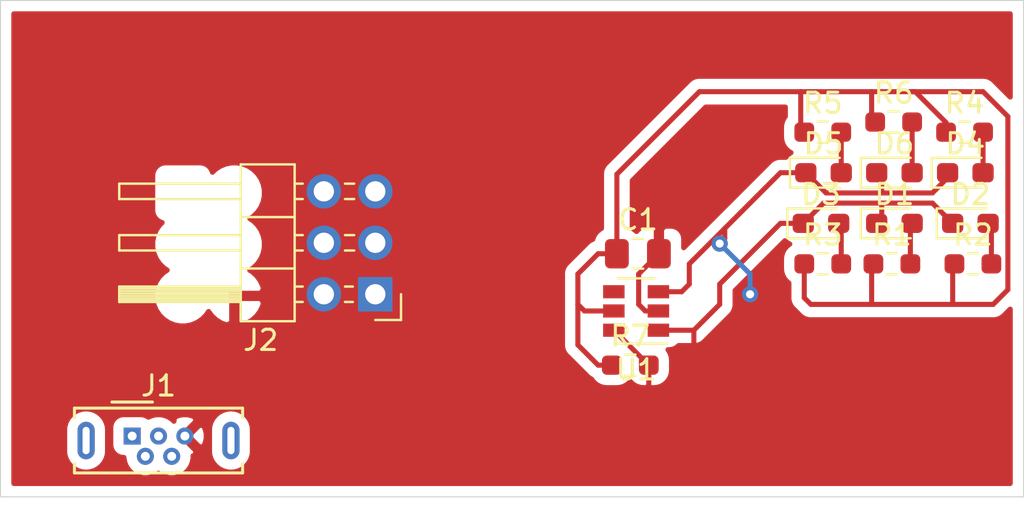
<source format=kicad_pcb>
(kicad_pcb (version 20171130) (host pcbnew "(5.1.9)-1")

  (general
    (thickness 1.6)
    (drawings 4)
    (tracks 90)
    (zones 0)
    (modules 17)
    (nets 18)
  )

  (page A4)
  (layers
    (0 F.Cu signal)
    (31 B.Cu signal)
    (32 B.Adhes user)
    (33 F.Adhes user)
    (34 B.Paste user)
    (35 F.Paste user)
    (36 B.SilkS user)
    (37 F.SilkS user)
    (38 B.Mask user)
    (39 F.Mask user)
    (40 Dwgs.User user)
    (41 Cmts.User user)
    (42 Eco1.User user)
    (43 Eco2.User user)
    (44 Edge.Cuts user)
    (45 Margin user)
    (46 B.CrtYd user)
    (47 F.CrtYd user)
    (48 B.Fab user)
    (49 F.Fab user)
  )

  (setup
    (last_trace_width 0.25)
    (trace_clearance 0.2)
    (zone_clearance 0.508)
    (zone_45_only no)
    (trace_min 0.2)
    (via_size 0.8)
    (via_drill 0.4)
    (via_min_size 0.4)
    (via_min_drill 0.3)
    (uvia_size 0.3)
    (uvia_drill 0.1)
    (uvias_allowed no)
    (uvia_min_size 0.2)
    (uvia_min_drill 0.1)
    (edge_width 0.05)
    (segment_width 0.2)
    (pcb_text_width 0.3)
    (pcb_text_size 1.5 1.5)
    (mod_edge_width 0.12)
    (mod_text_size 1 1)
    (mod_text_width 0.15)
    (pad_size 1.524 1.524)
    (pad_drill 0.762)
    (pad_to_mask_clearance 0)
    (aux_axis_origin 0 0)
    (visible_elements FFFFFF7F)
    (pcbplotparams
      (layerselection 0x010fc_ffffffff)
      (usegerberextensions false)
      (usegerberattributes true)
      (usegerberadvancedattributes true)
      (creategerberjobfile true)
      (excludeedgelayer true)
      (linewidth 0.100000)
      (plotframeref false)
      (viasonmask false)
      (mode 1)
      (useauxorigin false)
      (hpglpennumber 1)
      (hpglpenspeed 20)
      (hpglpendiameter 15.000000)
      (psnegative false)
      (psa4output false)
      (plotreference true)
      (plotvalue true)
      (plotinvisibletext false)
      (padsonsilk false)
      (subtractmaskfromsilk false)
      (outputformat 1)
      (mirror false)
      (drillshape 1)
      (scaleselection 1)
      (outputdirectory ""))
  )

  (net 0 "")
  (net 1 VCC)
  (net 2 GND)
  (net 3 /DATA)
  (net 4 "Net-(D1-Pad2)")
  (net 5 "Net-(D2-Pad2)")
  (net 6 "Net-(D3-Pad2)")
  (net 7 /CLK)
  (net 8 "Net-(D4-Pad2)")
  (net 9 "Net-(D5-Pad2)")
  (net 10 "Net-(D6-Pad2)")
  (net 11 "Net-(J1-Pad2)")
  (net 12 "Net-(J1-Pad3)")
  (net 13 "Net-(J1-Pad4)")
  (net 14 "Net-(J1-Pad6)")
  (net 15 /RESET)
  (net 16 "Net-(J2-Pad5)")
  (net 17 "Net-(U1-Pad4)")

  (net_class Default "This is the default net class."
    (clearance 0.2)
    (trace_width 0.25)
    (via_dia 0.8)
    (via_drill 0.4)
    (uvia_dia 0.3)
    (uvia_drill 0.1)
    (add_net /CLK)
    (add_net /DATA)
    (add_net /RESET)
    (add_net GND)
    (add_net "Net-(D1-Pad2)")
    (add_net "Net-(D2-Pad2)")
    (add_net "Net-(D3-Pad2)")
    (add_net "Net-(D4-Pad2)")
    (add_net "Net-(D5-Pad2)")
    (add_net "Net-(D6-Pad2)")
    (add_net "Net-(J1-Pad2)")
    (add_net "Net-(J1-Pad3)")
    (add_net "Net-(J1-Pad4)")
    (add_net "Net-(J1-Pad6)")
    (add_net "Net-(J2-Pad5)")
    (add_net "Net-(U1-Pad4)")
    (add_net VCC)
  )

  (module Capacitor_SMD:C_0805_2012Metric_Pad1.18x1.45mm_HandSolder (layer F.Cu) (tedit 5F68FEEF) (tstamp 607BBA33)
    (at 128.4625 92)
    (descr "Capacitor SMD 0805 (2012 Metric), square (rectangular) end terminal, IPC_7351 nominal with elongated pad for handsoldering. (Body size source: IPC-SM-782 page 76, https://www.pcb-3d.com/wordpress/wp-content/uploads/ipc-sm-782a_amendment_1_and_2.pdf, https://docs.google.com/spreadsheets/d/1BsfQQcO9C6DZCsRaXUlFlo91Tg2WpOkGARC1WS5S8t0/edit?usp=sharing), generated with kicad-footprint-generator")
    (tags "capacitor handsolder")
    (path /607B4585)
    (attr smd)
    (fp_text reference C1 (at 0 -1.68) (layer F.SilkS)
      (effects (font (size 1 1) (thickness 0.15)))
    )
    (fp_text value 0.1uF (at 0 1.68) (layer F.Fab)
      (effects (font (size 1 1) (thickness 0.15)))
    )
    (fp_line (start 1.88 0.98) (end -1.88 0.98) (layer F.CrtYd) (width 0.05))
    (fp_line (start 1.88 -0.98) (end 1.88 0.98) (layer F.CrtYd) (width 0.05))
    (fp_line (start -1.88 -0.98) (end 1.88 -0.98) (layer F.CrtYd) (width 0.05))
    (fp_line (start -1.88 0.98) (end -1.88 -0.98) (layer F.CrtYd) (width 0.05))
    (fp_line (start -0.261252 0.735) (end 0.261252 0.735) (layer F.SilkS) (width 0.12))
    (fp_line (start -0.261252 -0.735) (end 0.261252 -0.735) (layer F.SilkS) (width 0.12))
    (fp_line (start 1 0.625) (end -1 0.625) (layer F.Fab) (width 0.1))
    (fp_line (start 1 -0.625) (end 1 0.625) (layer F.Fab) (width 0.1))
    (fp_line (start -1 -0.625) (end 1 -0.625) (layer F.Fab) (width 0.1))
    (fp_line (start -1 0.625) (end -1 -0.625) (layer F.Fab) (width 0.1))
    (fp_text user %R (at 0 0) (layer F.Fab)
      (effects (font (size 0.5 0.5) (thickness 0.08)))
    )
    (pad 1 smd roundrect (at -1.0375 0) (size 1.175 1.45) (layers F.Cu F.Paste F.Mask) (roundrect_rratio 0.212766)
      (net 1 VCC))
    (pad 2 smd roundrect (at 1.0375 0) (size 1.175 1.45) (layers F.Cu F.Paste F.Mask) (roundrect_rratio 0.212766)
      (net 2 GND))
    (model ${KISYS3DMOD}/Capacitor_SMD.3dshapes/C_0805_2012Metric.wrl
      (at (xyz 0 0 0))
      (scale (xyz 1 1 1))
      (rotate (xyz 0 0 0))
    )
  )

  (module LED_SMD:LED_0603_1608Metric_Pad1.05x0.95mm_HandSolder (layer F.Cu) (tedit 5F68FEF1) (tstamp 607BBA46)
    (at 141.125 90.5)
    (descr "LED SMD 0603 (1608 Metric), square (rectangular) end terminal, IPC_7351 nominal, (Body size source: http://www.tortai-tech.com/upload/download/2011102023233369053.pdf), generated with kicad-footprint-generator")
    (tags "LED handsolder")
    (path /607B028D)
    (attr smd)
    (fp_text reference D1 (at 0 -1.43) (layer F.SilkS)
      (effects (font (size 1 1) (thickness 0.15)))
    )
    (fp_text value LED (at 0 1.43) (layer F.Fab)
      (effects (font (size 1 1) (thickness 0.15)))
    )
    (fp_line (start 1.65 0.73) (end -1.65 0.73) (layer F.CrtYd) (width 0.05))
    (fp_line (start 1.65 -0.73) (end 1.65 0.73) (layer F.CrtYd) (width 0.05))
    (fp_line (start -1.65 -0.73) (end 1.65 -0.73) (layer F.CrtYd) (width 0.05))
    (fp_line (start -1.65 0.73) (end -1.65 -0.73) (layer F.CrtYd) (width 0.05))
    (fp_line (start -1.66 0.735) (end 0.8 0.735) (layer F.SilkS) (width 0.12))
    (fp_line (start -1.66 -0.735) (end -1.66 0.735) (layer F.SilkS) (width 0.12))
    (fp_line (start 0.8 -0.735) (end -1.66 -0.735) (layer F.SilkS) (width 0.12))
    (fp_line (start 0.8 0.4) (end 0.8 -0.4) (layer F.Fab) (width 0.1))
    (fp_line (start -0.8 0.4) (end 0.8 0.4) (layer F.Fab) (width 0.1))
    (fp_line (start -0.8 -0.1) (end -0.8 0.4) (layer F.Fab) (width 0.1))
    (fp_line (start -0.5 -0.4) (end -0.8 -0.1) (layer F.Fab) (width 0.1))
    (fp_line (start 0.8 -0.4) (end -0.5 -0.4) (layer F.Fab) (width 0.1))
    (fp_text user %R (at 0 0) (layer F.Fab)
      (effects (font (size 0.4 0.4) (thickness 0.06)))
    )
    (pad 1 smd roundrect (at -0.875 0) (size 1.05 0.95) (layers F.Cu F.Paste F.Mask) (roundrect_rratio 0.25)
      (net 3 /DATA))
    (pad 2 smd roundrect (at 0.875 0) (size 1.05 0.95) (layers F.Cu F.Paste F.Mask) (roundrect_rratio 0.25)
      (net 4 "Net-(D1-Pad2)"))
    (model ${KISYS3DMOD}/LED_SMD.3dshapes/LED_0603_1608Metric.wrl
      (at (xyz 0 0 0))
      (scale (xyz 1 1 1))
      (rotate (xyz 0 0 0))
    )
  )

  (module LED_SMD:LED_0603_1608Metric_Pad1.05x0.95mm_HandSolder (layer F.Cu) (tedit 5F68FEF1) (tstamp 607BBA59)
    (at 144.875 90.5)
    (descr "LED SMD 0603 (1608 Metric), square (rectangular) end terminal, IPC_7351 nominal, (Body size source: http://www.tortai-tech.com/upload/download/2011102023233369053.pdf), generated with kicad-footprint-generator")
    (tags "LED handsolder")
    (path /607B17EC)
    (attr smd)
    (fp_text reference D2 (at 0 -1.43) (layer F.SilkS)
      (effects (font (size 1 1) (thickness 0.15)))
    )
    (fp_text value LED (at 0 1.43) (layer F.Fab)
      (effects (font (size 1 1) (thickness 0.15)))
    )
    (fp_text user %R (at 0 0) (layer F.Fab)
      (effects (font (size 0.4 0.4) (thickness 0.06)))
    )
    (fp_line (start 0.8 -0.4) (end -0.5 -0.4) (layer F.Fab) (width 0.1))
    (fp_line (start -0.5 -0.4) (end -0.8 -0.1) (layer F.Fab) (width 0.1))
    (fp_line (start -0.8 -0.1) (end -0.8 0.4) (layer F.Fab) (width 0.1))
    (fp_line (start -0.8 0.4) (end 0.8 0.4) (layer F.Fab) (width 0.1))
    (fp_line (start 0.8 0.4) (end 0.8 -0.4) (layer F.Fab) (width 0.1))
    (fp_line (start 0.8 -0.735) (end -1.66 -0.735) (layer F.SilkS) (width 0.12))
    (fp_line (start -1.66 -0.735) (end -1.66 0.735) (layer F.SilkS) (width 0.12))
    (fp_line (start -1.66 0.735) (end 0.8 0.735) (layer F.SilkS) (width 0.12))
    (fp_line (start -1.65 0.73) (end -1.65 -0.73) (layer F.CrtYd) (width 0.05))
    (fp_line (start -1.65 -0.73) (end 1.65 -0.73) (layer F.CrtYd) (width 0.05))
    (fp_line (start 1.65 -0.73) (end 1.65 0.73) (layer F.CrtYd) (width 0.05))
    (fp_line (start 1.65 0.73) (end -1.65 0.73) (layer F.CrtYd) (width 0.05))
    (pad 2 smd roundrect (at 0.875 0) (size 1.05 0.95) (layers F.Cu F.Paste F.Mask) (roundrect_rratio 0.25)
      (net 5 "Net-(D2-Pad2)"))
    (pad 1 smd roundrect (at -0.875 0) (size 1.05 0.95) (layers F.Cu F.Paste F.Mask) (roundrect_rratio 0.25)
      (net 3 /DATA))
    (model ${KISYS3DMOD}/LED_SMD.3dshapes/LED_0603_1608Metric.wrl
      (at (xyz 0 0 0))
      (scale (xyz 1 1 1))
      (rotate (xyz 0 0 0))
    )
  )

  (module LED_SMD:LED_0603_1608Metric_Pad1.05x0.95mm_HandSolder (layer F.Cu) (tedit 5F68FEF1) (tstamp 607BBA6C)
    (at 137.5 90.5)
    (descr "LED SMD 0603 (1608 Metric), square (rectangular) end terminal, IPC_7351 nominal, (Body size source: http://www.tortai-tech.com/upload/download/2011102023233369053.pdf), generated with kicad-footprint-generator")
    (tags "LED handsolder")
    (path /607B1282)
    (attr smd)
    (fp_text reference D3 (at 0 -1.43) (layer F.SilkS)
      (effects (font (size 1 1) (thickness 0.15)))
    )
    (fp_text value LED (at 0 1.43) (layer F.Fab)
      (effects (font (size 1 1) (thickness 0.15)))
    )
    (fp_text user %R (at 0 0) (layer F.Fab)
      (effects (font (size 0.4 0.4) (thickness 0.06)))
    )
    (fp_line (start 0.8 -0.4) (end -0.5 -0.4) (layer F.Fab) (width 0.1))
    (fp_line (start -0.5 -0.4) (end -0.8 -0.1) (layer F.Fab) (width 0.1))
    (fp_line (start -0.8 -0.1) (end -0.8 0.4) (layer F.Fab) (width 0.1))
    (fp_line (start -0.8 0.4) (end 0.8 0.4) (layer F.Fab) (width 0.1))
    (fp_line (start 0.8 0.4) (end 0.8 -0.4) (layer F.Fab) (width 0.1))
    (fp_line (start 0.8 -0.735) (end -1.66 -0.735) (layer F.SilkS) (width 0.12))
    (fp_line (start -1.66 -0.735) (end -1.66 0.735) (layer F.SilkS) (width 0.12))
    (fp_line (start -1.66 0.735) (end 0.8 0.735) (layer F.SilkS) (width 0.12))
    (fp_line (start -1.65 0.73) (end -1.65 -0.73) (layer F.CrtYd) (width 0.05))
    (fp_line (start -1.65 -0.73) (end 1.65 -0.73) (layer F.CrtYd) (width 0.05))
    (fp_line (start 1.65 -0.73) (end 1.65 0.73) (layer F.CrtYd) (width 0.05))
    (fp_line (start 1.65 0.73) (end -1.65 0.73) (layer F.CrtYd) (width 0.05))
    (pad 2 smd roundrect (at 0.875 0) (size 1.05 0.95) (layers F.Cu F.Paste F.Mask) (roundrect_rratio 0.25)
      (net 6 "Net-(D3-Pad2)"))
    (pad 1 smd roundrect (at -0.875 0) (size 1.05 0.95) (layers F.Cu F.Paste F.Mask) (roundrect_rratio 0.25)
      (net 3 /DATA))
    (model ${KISYS3DMOD}/LED_SMD.3dshapes/LED_0603_1608Metric.wrl
      (at (xyz 0 0 0))
      (scale (xyz 1 1 1))
      (rotate (xyz 0 0 0))
    )
  )

  (module LED_SMD:LED_0603_1608Metric_Pad1.05x0.95mm_HandSolder (layer F.Cu) (tedit 5F68FEF1) (tstamp 607BBA7F)
    (at 144.625 88)
    (descr "LED SMD 0603 (1608 Metric), square (rectangular) end terminal, IPC_7351 nominal, (Body size source: http://www.tortai-tech.com/upload/download/2011102023233369053.pdf), generated with kicad-footprint-generator")
    (tags "LED handsolder")
    (path /607B1451)
    (attr smd)
    (fp_text reference D4 (at 0 -1.43) (layer F.SilkS)
      (effects (font (size 1 1) (thickness 0.15)))
    )
    (fp_text value LED (at 0 1.43) (layer F.Fab)
      (effects (font (size 1 1) (thickness 0.15)))
    )
    (fp_line (start 1.65 0.73) (end -1.65 0.73) (layer F.CrtYd) (width 0.05))
    (fp_line (start 1.65 -0.73) (end 1.65 0.73) (layer F.CrtYd) (width 0.05))
    (fp_line (start -1.65 -0.73) (end 1.65 -0.73) (layer F.CrtYd) (width 0.05))
    (fp_line (start -1.65 0.73) (end -1.65 -0.73) (layer F.CrtYd) (width 0.05))
    (fp_line (start -1.66 0.735) (end 0.8 0.735) (layer F.SilkS) (width 0.12))
    (fp_line (start -1.66 -0.735) (end -1.66 0.735) (layer F.SilkS) (width 0.12))
    (fp_line (start 0.8 -0.735) (end -1.66 -0.735) (layer F.SilkS) (width 0.12))
    (fp_line (start 0.8 0.4) (end 0.8 -0.4) (layer F.Fab) (width 0.1))
    (fp_line (start -0.8 0.4) (end 0.8 0.4) (layer F.Fab) (width 0.1))
    (fp_line (start -0.8 -0.1) (end -0.8 0.4) (layer F.Fab) (width 0.1))
    (fp_line (start -0.5 -0.4) (end -0.8 -0.1) (layer F.Fab) (width 0.1))
    (fp_line (start 0.8 -0.4) (end -0.5 -0.4) (layer F.Fab) (width 0.1))
    (fp_text user %R (at 0 0) (layer F.Fab)
      (effects (font (size 0.4 0.4) (thickness 0.06)))
    )
    (pad 1 smd roundrect (at -0.875 0) (size 1.05 0.95) (layers F.Cu F.Paste F.Mask) (roundrect_rratio 0.25)
      (net 7 /CLK))
    (pad 2 smd roundrect (at 0.875 0) (size 1.05 0.95) (layers F.Cu F.Paste F.Mask) (roundrect_rratio 0.25)
      (net 8 "Net-(D4-Pad2)"))
    (model ${KISYS3DMOD}/LED_SMD.3dshapes/LED_0603_1608Metric.wrl
      (at (xyz 0 0 0))
      (scale (xyz 1 1 1))
      (rotate (xyz 0 0 0))
    )
  )

  (module LED_SMD:LED_0603_1608Metric_Pad1.05x0.95mm_HandSolder (layer F.Cu) (tedit 5F68FEF1) (tstamp 607BBA92)
    (at 137.625 88)
    (descr "LED SMD 0603 (1608 Metric), square (rectangular) end terminal, IPC_7351 nominal, (Body size source: http://www.tortai-tech.com/upload/download/2011102023233369053.pdf), generated with kicad-footprint-generator")
    (tags "LED handsolder")
    (path /607B200F)
    (attr smd)
    (fp_text reference D5 (at 0 -1.43) (layer F.SilkS)
      (effects (font (size 1 1) (thickness 0.15)))
    )
    (fp_text value LED (at 0 1.43) (layer F.Fab)
      (effects (font (size 1 1) (thickness 0.15)))
    )
    (fp_text user %R (at 0 0) (layer F.Fab)
      (effects (font (size 0.4 0.4) (thickness 0.06)))
    )
    (fp_line (start 0.8 -0.4) (end -0.5 -0.4) (layer F.Fab) (width 0.1))
    (fp_line (start -0.5 -0.4) (end -0.8 -0.1) (layer F.Fab) (width 0.1))
    (fp_line (start -0.8 -0.1) (end -0.8 0.4) (layer F.Fab) (width 0.1))
    (fp_line (start -0.8 0.4) (end 0.8 0.4) (layer F.Fab) (width 0.1))
    (fp_line (start 0.8 0.4) (end 0.8 -0.4) (layer F.Fab) (width 0.1))
    (fp_line (start 0.8 -0.735) (end -1.66 -0.735) (layer F.SilkS) (width 0.12))
    (fp_line (start -1.66 -0.735) (end -1.66 0.735) (layer F.SilkS) (width 0.12))
    (fp_line (start -1.66 0.735) (end 0.8 0.735) (layer F.SilkS) (width 0.12))
    (fp_line (start -1.65 0.73) (end -1.65 -0.73) (layer F.CrtYd) (width 0.05))
    (fp_line (start -1.65 -0.73) (end 1.65 -0.73) (layer F.CrtYd) (width 0.05))
    (fp_line (start 1.65 -0.73) (end 1.65 0.73) (layer F.CrtYd) (width 0.05))
    (fp_line (start 1.65 0.73) (end -1.65 0.73) (layer F.CrtYd) (width 0.05))
    (pad 2 smd roundrect (at 0.875 0) (size 1.05 0.95) (layers F.Cu F.Paste F.Mask) (roundrect_rratio 0.25)
      (net 9 "Net-(D5-Pad2)"))
    (pad 1 smd roundrect (at -0.875 0) (size 1.05 0.95) (layers F.Cu F.Paste F.Mask) (roundrect_rratio 0.25)
      (net 7 /CLK))
    (model ${KISYS3DMOD}/LED_SMD.3dshapes/LED_0603_1608Metric.wrl
      (at (xyz 0 0 0))
      (scale (xyz 1 1 1))
      (rotate (xyz 0 0 0))
    )
  )

  (module LED_SMD:LED_0603_1608Metric_Pad1.05x0.95mm_HandSolder (layer F.Cu) (tedit 5F68FEF1) (tstamp 607BBAA5)
    (at 141.125 88)
    (descr "LED SMD 0603 (1608 Metric), square (rectangular) end terminal, IPC_7351 nominal, (Body size source: http://www.tortai-tech.com/upload/download/2011102023233369053.pdf), generated with kicad-footprint-generator")
    (tags "LED handsolder")
    (path /607B1B04)
    (attr smd)
    (fp_text reference D6 (at 0 -1.43) (layer F.SilkS)
      (effects (font (size 1 1) (thickness 0.15)))
    )
    (fp_text value LED (at 0 1.43) (layer F.Fab)
      (effects (font (size 1 1) (thickness 0.15)))
    )
    (fp_line (start 1.65 0.73) (end -1.65 0.73) (layer F.CrtYd) (width 0.05))
    (fp_line (start 1.65 -0.73) (end 1.65 0.73) (layer F.CrtYd) (width 0.05))
    (fp_line (start -1.65 -0.73) (end 1.65 -0.73) (layer F.CrtYd) (width 0.05))
    (fp_line (start -1.65 0.73) (end -1.65 -0.73) (layer F.CrtYd) (width 0.05))
    (fp_line (start -1.66 0.735) (end 0.8 0.735) (layer F.SilkS) (width 0.12))
    (fp_line (start -1.66 -0.735) (end -1.66 0.735) (layer F.SilkS) (width 0.12))
    (fp_line (start 0.8 -0.735) (end -1.66 -0.735) (layer F.SilkS) (width 0.12))
    (fp_line (start 0.8 0.4) (end 0.8 -0.4) (layer F.Fab) (width 0.1))
    (fp_line (start -0.8 0.4) (end 0.8 0.4) (layer F.Fab) (width 0.1))
    (fp_line (start -0.8 -0.1) (end -0.8 0.4) (layer F.Fab) (width 0.1))
    (fp_line (start -0.5 -0.4) (end -0.8 -0.1) (layer F.Fab) (width 0.1))
    (fp_line (start 0.8 -0.4) (end -0.5 -0.4) (layer F.Fab) (width 0.1))
    (fp_text user %R (at 0 0) (layer F.Fab)
      (effects (font (size 0.4 0.4) (thickness 0.06)))
    )
    (pad 1 smd roundrect (at -0.875 0) (size 1.05 0.95) (layers F.Cu F.Paste F.Mask) (roundrect_rratio 0.25)
      (net 7 /CLK))
    (pad 2 smd roundrect (at 0.875 0) (size 1.05 0.95) (layers F.Cu F.Paste F.Mask) (roundrect_rratio 0.25)
      (net 10 "Net-(D6-Pad2)"))
    (model ${KISYS3DMOD}/LED_SMD.3dshapes/LED_0603_1608Metric.wrl
      (at (xyz 0 0 0))
      (scale (xyz 1 1 1))
      (rotate (xyz 0 0 0))
    )
  )

  (module Connector_USB:USB_Micro-B_Wuerth_614105150721_Vertical (layer F.Cu) (tedit 5A142044) (tstamp 607BBAC3)
    (at 103.5 101)
    (descr "USB Micro-B receptacle, through-hole, vertical, http://katalog.we-online.de/em/datasheet/614105150721.pdf")
    (tags "usb micro receptacle vertical")
    (path /607B6810)
    (fp_text reference J1 (at 1.3 -2.48) (layer F.SilkS)
      (effects (font (size 1 1) (thickness 0.15)))
    )
    (fp_text value USB_B_Micro (at 1.3 2.92) (layer F.Fab)
      (effects (font (size 1 1) (thickness 0.15)))
    )
    (fp_line (start 5.8 -1.73) (end -3.2 -1.73) (layer F.CrtYd) (width 0.05))
    (fp_line (start 5.8 2.17) (end 5.8 -1.73) (layer F.CrtYd) (width 0.05))
    (fp_line (start -3.2 2.17) (end 5.8 2.17) (layer F.CrtYd) (width 0.05))
    (fp_line (start -3.2 -1.73) (end -3.2 2.17) (layer F.CrtYd) (width 0.05))
    (fp_line (start -1 -1.68) (end 1 -1.68) (layer F.SilkS) (width 0.15))
    (fp_line (start 5.45 1.82) (end 5.45 1.345) (layer F.SilkS) (width 0.15))
    (fp_line (start -2.85 1.82) (end 5.45 1.82) (layer F.SilkS) (width 0.15))
    (fp_line (start -2.85 1.345) (end -2.85 1.82) (layer F.SilkS) (width 0.15))
    (fp_line (start 5.45 -1.38) (end 5.45 -0.905) (layer F.SilkS) (width 0.15))
    (fp_line (start -2.85 -1.38) (end 5.45 -1.38) (layer F.SilkS) (width 0.15))
    (fp_line (start -2.85 -0.905) (end -2.85 -1.38) (layer F.SilkS) (width 0.15))
    (fp_line (start -2.7 1.67) (end -2.7 -1.23) (layer F.Fab) (width 0.15))
    (fp_line (start 5.3 1.67) (end -2.7 1.67) (layer F.Fab) (width 0.15))
    (fp_line (start 5.3 -1.23) (end 5.3 1.67) (layer F.Fab) (width 0.15))
    (fp_line (start 1 -1.23) (end 5.3 -1.23) (layer F.Fab) (width 0.15))
    (fp_line (start 0 -0.23) (end 1 -1.23) (layer F.Fab) (width 0.15))
    (fp_line (start -1 -1.23) (end 0 -0.23) (layer F.Fab) (width 0.15))
    (fp_line (start -2.7 -1.23) (end -1 -1.23) (layer F.Fab) (width 0.15))
    (fp_text user %R (at 1.3 0.22) (layer F.Fab)
      (effects (font (size 1 1) (thickness 0.15)))
    )
    (pad 1 thru_hole rect (at 0 0) (size 0.84 0.84) (drill 0.44) (layers *.Cu *.Mask)
      (net 1 VCC))
    (pad 2 thru_hole circle (at 0.65 1) (size 0.84 0.84) (drill 0.44) (layers *.Cu *.Mask)
      (net 11 "Net-(J1-Pad2)"))
    (pad 3 thru_hole circle (at 1.3 0) (size 0.84 0.84) (drill 0.44) (layers *.Cu *.Mask)
      (net 12 "Net-(J1-Pad3)"))
    (pad 4 thru_hole circle (at 1.95 1) (size 0.84 0.84) (drill 0.44) (layers *.Cu *.Mask)
      (net 13 "Net-(J1-Pad4)"))
    (pad 5 thru_hole circle (at 2.6 0) (size 0.84 0.84) (drill 0.44) (layers *.Cu *.Mask)
      (net 2 GND))
    (pad 6 thru_hole oval (at -2.275 0.22) (size 0.85 1.85) (drill oval 0.35 1.35) (layers *.Cu *.Mask)
      (net 14 "Net-(J1-Pad6)"))
    (pad 6 thru_hole oval (at 4.875 0.22) (size 0.85 1.85) (drill oval 0.35 1.35) (layers *.Cu *.Mask)
      (net 14 "Net-(J1-Pad6)"))
    (model ${KISYS3DMOD}/Connector_USB.3dshapes/USB_Micro-B_Wuerth_614105150721_Vertical.wrl
      (at (xyz 0 0 0))
      (scale (xyz 1 1 1))
      (rotate (xyz 0 0 0))
    )
  )

  (module Connector_PinHeader_2.54mm:PinHeader_2x03_P2.54mm_Horizontal (layer F.Cu) (tedit 59FED5CB) (tstamp 607BBB0C)
    (at 115.5 94 180)
    (descr "Through hole angled pin header, 2x03, 2.54mm pitch, 6mm pin length, double rows")
    (tags "Through hole angled pin header THT 2x03 2.54mm double row")
    (path /607B32E8)
    (fp_text reference J2 (at 5.655 -2.27) (layer F.SilkS)
      (effects (font (size 1 1) (thickness 0.15)))
    )
    (fp_text value Conn_02x03_Top_Bottom (at 5.655 7.35) (layer F.Fab)
      (effects (font (size 1 1) (thickness 0.15)))
    )
    (fp_line (start 13.1 -1.8) (end -1.8 -1.8) (layer F.CrtYd) (width 0.05))
    (fp_line (start 13.1 6.85) (end 13.1 -1.8) (layer F.CrtYd) (width 0.05))
    (fp_line (start -1.8 6.85) (end 13.1 6.85) (layer F.CrtYd) (width 0.05))
    (fp_line (start -1.8 -1.8) (end -1.8 6.85) (layer F.CrtYd) (width 0.05))
    (fp_line (start -1.27 -1.27) (end 0 -1.27) (layer F.SilkS) (width 0.12))
    (fp_line (start -1.27 0) (end -1.27 -1.27) (layer F.SilkS) (width 0.12))
    (fp_line (start 1.042929 5.46) (end 1.497071 5.46) (layer F.SilkS) (width 0.12))
    (fp_line (start 1.042929 4.7) (end 1.497071 4.7) (layer F.SilkS) (width 0.12))
    (fp_line (start 3.582929 5.46) (end 3.98 5.46) (layer F.SilkS) (width 0.12))
    (fp_line (start 3.582929 4.7) (end 3.98 4.7) (layer F.SilkS) (width 0.12))
    (fp_line (start 12.64 5.46) (end 6.64 5.46) (layer F.SilkS) (width 0.12))
    (fp_line (start 12.64 4.7) (end 12.64 5.46) (layer F.SilkS) (width 0.12))
    (fp_line (start 6.64 4.7) (end 12.64 4.7) (layer F.SilkS) (width 0.12))
    (fp_line (start 3.98 3.81) (end 6.64 3.81) (layer F.SilkS) (width 0.12))
    (fp_line (start 1.042929 2.92) (end 1.497071 2.92) (layer F.SilkS) (width 0.12))
    (fp_line (start 1.042929 2.16) (end 1.497071 2.16) (layer F.SilkS) (width 0.12))
    (fp_line (start 3.582929 2.92) (end 3.98 2.92) (layer F.SilkS) (width 0.12))
    (fp_line (start 3.582929 2.16) (end 3.98 2.16) (layer F.SilkS) (width 0.12))
    (fp_line (start 12.64 2.92) (end 6.64 2.92) (layer F.SilkS) (width 0.12))
    (fp_line (start 12.64 2.16) (end 12.64 2.92) (layer F.SilkS) (width 0.12))
    (fp_line (start 6.64 2.16) (end 12.64 2.16) (layer F.SilkS) (width 0.12))
    (fp_line (start 3.98 1.27) (end 6.64 1.27) (layer F.SilkS) (width 0.12))
    (fp_line (start 1.11 0.38) (end 1.497071 0.38) (layer F.SilkS) (width 0.12))
    (fp_line (start 1.11 -0.38) (end 1.497071 -0.38) (layer F.SilkS) (width 0.12))
    (fp_line (start 3.582929 0.38) (end 3.98 0.38) (layer F.SilkS) (width 0.12))
    (fp_line (start 3.582929 -0.38) (end 3.98 -0.38) (layer F.SilkS) (width 0.12))
    (fp_line (start 6.64 0.28) (end 12.64 0.28) (layer F.SilkS) (width 0.12))
    (fp_line (start 6.64 0.16) (end 12.64 0.16) (layer F.SilkS) (width 0.12))
    (fp_line (start 6.64 0.04) (end 12.64 0.04) (layer F.SilkS) (width 0.12))
    (fp_line (start 6.64 -0.08) (end 12.64 -0.08) (layer F.SilkS) (width 0.12))
    (fp_line (start 6.64 -0.2) (end 12.64 -0.2) (layer F.SilkS) (width 0.12))
    (fp_line (start 6.64 -0.32) (end 12.64 -0.32) (layer F.SilkS) (width 0.12))
    (fp_line (start 12.64 0.38) (end 6.64 0.38) (layer F.SilkS) (width 0.12))
    (fp_line (start 12.64 -0.38) (end 12.64 0.38) (layer F.SilkS) (width 0.12))
    (fp_line (start 6.64 -0.38) (end 12.64 -0.38) (layer F.SilkS) (width 0.12))
    (fp_line (start 6.64 -1.33) (end 3.98 -1.33) (layer F.SilkS) (width 0.12))
    (fp_line (start 6.64 6.41) (end 6.64 -1.33) (layer F.SilkS) (width 0.12))
    (fp_line (start 3.98 6.41) (end 6.64 6.41) (layer F.SilkS) (width 0.12))
    (fp_line (start 3.98 -1.33) (end 3.98 6.41) (layer F.SilkS) (width 0.12))
    (fp_line (start 6.58 5.4) (end 12.58 5.4) (layer F.Fab) (width 0.1))
    (fp_line (start 12.58 4.76) (end 12.58 5.4) (layer F.Fab) (width 0.1))
    (fp_line (start 6.58 4.76) (end 12.58 4.76) (layer F.Fab) (width 0.1))
    (fp_line (start -0.32 5.4) (end 4.04 5.4) (layer F.Fab) (width 0.1))
    (fp_line (start -0.32 4.76) (end -0.32 5.4) (layer F.Fab) (width 0.1))
    (fp_line (start -0.32 4.76) (end 4.04 4.76) (layer F.Fab) (width 0.1))
    (fp_line (start 6.58 2.86) (end 12.58 2.86) (layer F.Fab) (width 0.1))
    (fp_line (start 12.58 2.22) (end 12.58 2.86) (layer F.Fab) (width 0.1))
    (fp_line (start 6.58 2.22) (end 12.58 2.22) (layer F.Fab) (width 0.1))
    (fp_line (start -0.32 2.86) (end 4.04 2.86) (layer F.Fab) (width 0.1))
    (fp_line (start -0.32 2.22) (end -0.32 2.86) (layer F.Fab) (width 0.1))
    (fp_line (start -0.32 2.22) (end 4.04 2.22) (layer F.Fab) (width 0.1))
    (fp_line (start 6.58 0.32) (end 12.58 0.32) (layer F.Fab) (width 0.1))
    (fp_line (start 12.58 -0.32) (end 12.58 0.32) (layer F.Fab) (width 0.1))
    (fp_line (start 6.58 -0.32) (end 12.58 -0.32) (layer F.Fab) (width 0.1))
    (fp_line (start -0.32 0.32) (end 4.04 0.32) (layer F.Fab) (width 0.1))
    (fp_line (start -0.32 -0.32) (end -0.32 0.32) (layer F.Fab) (width 0.1))
    (fp_line (start -0.32 -0.32) (end 4.04 -0.32) (layer F.Fab) (width 0.1))
    (fp_line (start 4.04 -0.635) (end 4.675 -1.27) (layer F.Fab) (width 0.1))
    (fp_line (start 4.04 6.35) (end 4.04 -0.635) (layer F.Fab) (width 0.1))
    (fp_line (start 6.58 6.35) (end 4.04 6.35) (layer F.Fab) (width 0.1))
    (fp_line (start 6.58 -1.27) (end 6.58 6.35) (layer F.Fab) (width 0.1))
    (fp_line (start 4.675 -1.27) (end 6.58 -1.27) (layer F.Fab) (width 0.1))
    (fp_text user %R (at 5.31 2.54 90) (layer F.Fab)
      (effects (font (size 1 1) (thickness 0.15)))
    )
    (pad 1 thru_hole rect (at 0 0 180) (size 1.7 1.7) (drill 1) (layers *.Cu *.Mask)
      (net 3 /DATA))
    (pad 2 thru_hole oval (at 2.54 0 180) (size 1.7 1.7) (drill 1) (layers *.Cu *.Mask)
      (net 7 /CLK))
    (pad 3 thru_hole oval (at 0 2.54 180) (size 1.7 1.7) (drill 1) (layers *.Cu *.Mask)
      (net 15 /RESET))
    (pad 4 thru_hole oval (at 2.54 2.54 180) (size 1.7 1.7) (drill 1) (layers *.Cu *.Mask)
      (net 1 VCC))
    (pad 5 thru_hole oval (at 0 5.08 180) (size 1.7 1.7) (drill 1) (layers *.Cu *.Mask)
      (net 16 "Net-(J2-Pad5)"))
    (pad 6 thru_hole oval (at 2.54 5.08 180) (size 1.7 1.7) (drill 1) (layers *.Cu *.Mask)
      (net 2 GND))
    (model ${KISYS3DMOD}/Connector_PinHeader_2.54mm.3dshapes/PinHeader_2x03_P2.54mm_Horizontal.wrl
      (at (xyz 0 0 0))
      (scale (xyz 1 1 1))
      (rotate (xyz 0 0 0))
    )
  )

  (module Resistor_SMD:R_0603_1608Metric_Pad0.98x0.95mm_HandSolder (layer F.Cu) (tedit 5F68FEEE) (tstamp 607BBB1D)
    (at 141 92.5)
    (descr "Resistor SMD 0603 (1608 Metric), square (rectangular) end terminal, IPC_7351 nominal with elongated pad for handsoldering. (Body size source: IPC-SM-782 page 72, https://www.pcb-3d.com/wordpress/wp-content/uploads/ipc-sm-782a_amendment_1_and_2.pdf), generated with kicad-footprint-generator")
    (tags "resistor handsolder")
    (path /607B2952)
    (attr smd)
    (fp_text reference R1 (at 0 -1.43) (layer F.SilkS)
      (effects (font (size 1 1) (thickness 0.15)))
    )
    (fp_text value 1k (at 0 1.43) (layer F.Fab)
      (effects (font (size 1 1) (thickness 0.15)))
    )
    (fp_text user %R (at 0 0) (layer F.Fab)
      (effects (font (size 0.4 0.4) (thickness 0.06)))
    )
    (fp_line (start -0.8 0.4125) (end -0.8 -0.4125) (layer F.Fab) (width 0.1))
    (fp_line (start -0.8 -0.4125) (end 0.8 -0.4125) (layer F.Fab) (width 0.1))
    (fp_line (start 0.8 -0.4125) (end 0.8 0.4125) (layer F.Fab) (width 0.1))
    (fp_line (start 0.8 0.4125) (end -0.8 0.4125) (layer F.Fab) (width 0.1))
    (fp_line (start -0.254724 -0.5225) (end 0.254724 -0.5225) (layer F.SilkS) (width 0.12))
    (fp_line (start -0.254724 0.5225) (end 0.254724 0.5225) (layer F.SilkS) (width 0.12))
    (fp_line (start -1.65 0.73) (end -1.65 -0.73) (layer F.CrtYd) (width 0.05))
    (fp_line (start -1.65 -0.73) (end 1.65 -0.73) (layer F.CrtYd) (width 0.05))
    (fp_line (start 1.65 -0.73) (end 1.65 0.73) (layer F.CrtYd) (width 0.05))
    (fp_line (start 1.65 0.73) (end -1.65 0.73) (layer F.CrtYd) (width 0.05))
    (pad 2 smd roundrect (at 0.9125 0) (size 0.975 0.95) (layers F.Cu F.Paste F.Mask) (roundrect_rratio 0.25)
      (net 4 "Net-(D1-Pad2)"))
    (pad 1 smd roundrect (at -0.9125 0) (size 0.975 0.95) (layers F.Cu F.Paste F.Mask) (roundrect_rratio 0.25)
      (net 1 VCC))
    (model ${KISYS3DMOD}/Resistor_SMD.3dshapes/R_0603_1608Metric.wrl
      (at (xyz 0 0 0))
      (scale (xyz 1 1 1))
      (rotate (xyz 0 0 0))
    )
  )

  (module Resistor_SMD:R_0603_1608Metric_Pad0.98x0.95mm_HandSolder (layer F.Cu) (tedit 5F68FEEE) (tstamp 607BC84B)
    (at 145 92.5)
    (descr "Resistor SMD 0603 (1608 Metric), square (rectangular) end terminal, IPC_7351 nominal with elongated pad for handsoldering. (Body size source: IPC-SM-782 page 72, https://www.pcb-3d.com/wordpress/wp-content/uploads/ipc-sm-782a_amendment_1_and_2.pdf), generated with kicad-footprint-generator")
    (tags "resistor handsolder")
    (path /607B2FCC)
    (attr smd)
    (fp_text reference R2 (at 0 -1.43) (layer F.SilkS)
      (effects (font (size 1 1) (thickness 0.15)))
    )
    (fp_text value 1k (at 0 1.43) (layer F.Fab)
      (effects (font (size 1 1) (thickness 0.15)))
    )
    (fp_line (start 1.65 0.73) (end -1.65 0.73) (layer F.CrtYd) (width 0.05))
    (fp_line (start 1.65 -0.73) (end 1.65 0.73) (layer F.CrtYd) (width 0.05))
    (fp_line (start -1.65 -0.73) (end 1.65 -0.73) (layer F.CrtYd) (width 0.05))
    (fp_line (start -1.65 0.73) (end -1.65 -0.73) (layer F.CrtYd) (width 0.05))
    (fp_line (start -0.254724 0.5225) (end 0.254724 0.5225) (layer F.SilkS) (width 0.12))
    (fp_line (start -0.254724 -0.5225) (end 0.254724 -0.5225) (layer F.SilkS) (width 0.12))
    (fp_line (start 0.8 0.4125) (end -0.8 0.4125) (layer F.Fab) (width 0.1))
    (fp_line (start 0.8 -0.4125) (end 0.8 0.4125) (layer F.Fab) (width 0.1))
    (fp_line (start -0.8 -0.4125) (end 0.8 -0.4125) (layer F.Fab) (width 0.1))
    (fp_line (start -0.8 0.4125) (end -0.8 -0.4125) (layer F.Fab) (width 0.1))
    (fp_text user %R (at 0 0) (layer F.Fab)
      (effects (font (size 0.4 0.4) (thickness 0.06)))
    )
    (pad 1 smd roundrect (at -0.9125 0) (size 0.975 0.95) (layers F.Cu F.Paste F.Mask) (roundrect_rratio 0.25)
      (net 1 VCC))
    (pad 2 smd roundrect (at 0.9125 0) (size 0.975 0.95) (layers F.Cu F.Paste F.Mask) (roundrect_rratio 0.25)
      (net 5 "Net-(D2-Pad2)"))
    (model ${KISYS3DMOD}/Resistor_SMD.3dshapes/R_0603_1608Metric.wrl
      (at (xyz 0 0 0))
      (scale (xyz 1 1 1))
      (rotate (xyz 0 0 0))
    )
  )

  (module Resistor_SMD:R_0603_1608Metric_Pad0.98x0.95mm_HandSolder (layer F.Cu) (tedit 5F68FEEE) (tstamp 607BBB3F)
    (at 137.5875 92.5)
    (descr "Resistor SMD 0603 (1608 Metric), square (rectangular) end terminal, IPC_7351 nominal with elongated pad for handsoldering. (Body size source: IPC-SM-782 page 72, https://www.pcb-3d.com/wordpress/wp-content/uploads/ipc-sm-782a_amendment_1_and_2.pdf), generated with kicad-footprint-generator")
    (tags "resistor handsolder")
    (path /607B336C)
    (attr smd)
    (fp_text reference R3 (at 0 -1.43) (layer F.SilkS)
      (effects (font (size 1 1) (thickness 0.15)))
    )
    (fp_text value 1k (at 0 1.43) (layer F.Fab)
      (effects (font (size 1 1) (thickness 0.15)))
    )
    (fp_line (start 1.65 0.73) (end -1.65 0.73) (layer F.CrtYd) (width 0.05))
    (fp_line (start 1.65 -0.73) (end 1.65 0.73) (layer F.CrtYd) (width 0.05))
    (fp_line (start -1.65 -0.73) (end 1.65 -0.73) (layer F.CrtYd) (width 0.05))
    (fp_line (start -1.65 0.73) (end -1.65 -0.73) (layer F.CrtYd) (width 0.05))
    (fp_line (start -0.254724 0.5225) (end 0.254724 0.5225) (layer F.SilkS) (width 0.12))
    (fp_line (start -0.254724 -0.5225) (end 0.254724 -0.5225) (layer F.SilkS) (width 0.12))
    (fp_line (start 0.8 0.4125) (end -0.8 0.4125) (layer F.Fab) (width 0.1))
    (fp_line (start 0.8 -0.4125) (end 0.8 0.4125) (layer F.Fab) (width 0.1))
    (fp_line (start -0.8 -0.4125) (end 0.8 -0.4125) (layer F.Fab) (width 0.1))
    (fp_line (start -0.8 0.4125) (end -0.8 -0.4125) (layer F.Fab) (width 0.1))
    (fp_text user %R (at 0 0) (layer F.Fab)
      (effects (font (size 0.4 0.4) (thickness 0.06)))
    )
    (pad 1 smd roundrect (at -0.9125 0) (size 0.975 0.95) (layers F.Cu F.Paste F.Mask) (roundrect_rratio 0.25)
      (net 1 VCC))
    (pad 2 smd roundrect (at 0.9125 0) (size 0.975 0.95) (layers F.Cu F.Paste F.Mask) (roundrect_rratio 0.25)
      (net 6 "Net-(D3-Pad2)"))
    (model ${KISYS3DMOD}/Resistor_SMD.3dshapes/R_0603_1608Metric.wrl
      (at (xyz 0 0 0))
      (scale (xyz 1 1 1))
      (rotate (xyz 0 0 0))
    )
  )

  (module Resistor_SMD:R_0603_1608Metric_Pad0.98x0.95mm_HandSolder (layer F.Cu) (tedit 5F68FEEE) (tstamp 607BBB50)
    (at 144.5875 86)
    (descr "Resistor SMD 0603 (1608 Metric), square (rectangular) end terminal, IPC_7351 nominal with elongated pad for handsoldering. (Body size source: IPC-SM-782 page 72, https://www.pcb-3d.com/wordpress/wp-content/uploads/ipc-sm-782a_amendment_1_and_2.pdf), generated with kicad-footprint-generator")
    (tags "resistor handsolder")
    (path /607B3647)
    (attr smd)
    (fp_text reference R4 (at 0 -1.43) (layer F.SilkS)
      (effects (font (size 1 1) (thickness 0.15)))
    )
    (fp_text value 1k (at 0 1.43) (layer F.Fab)
      (effects (font (size 1 1) (thickness 0.15)))
    )
    (fp_text user %R (at 0 0) (layer F.Fab)
      (effects (font (size 0.4 0.4) (thickness 0.06)))
    )
    (fp_line (start -0.8 0.4125) (end -0.8 -0.4125) (layer F.Fab) (width 0.1))
    (fp_line (start -0.8 -0.4125) (end 0.8 -0.4125) (layer F.Fab) (width 0.1))
    (fp_line (start 0.8 -0.4125) (end 0.8 0.4125) (layer F.Fab) (width 0.1))
    (fp_line (start 0.8 0.4125) (end -0.8 0.4125) (layer F.Fab) (width 0.1))
    (fp_line (start -0.254724 -0.5225) (end 0.254724 -0.5225) (layer F.SilkS) (width 0.12))
    (fp_line (start -0.254724 0.5225) (end 0.254724 0.5225) (layer F.SilkS) (width 0.12))
    (fp_line (start -1.65 0.73) (end -1.65 -0.73) (layer F.CrtYd) (width 0.05))
    (fp_line (start -1.65 -0.73) (end 1.65 -0.73) (layer F.CrtYd) (width 0.05))
    (fp_line (start 1.65 -0.73) (end 1.65 0.73) (layer F.CrtYd) (width 0.05))
    (fp_line (start 1.65 0.73) (end -1.65 0.73) (layer F.CrtYd) (width 0.05))
    (pad 2 smd roundrect (at 0.9125 0) (size 0.975 0.95) (layers F.Cu F.Paste F.Mask) (roundrect_rratio 0.25)
      (net 8 "Net-(D4-Pad2)"))
    (pad 1 smd roundrect (at -0.9125 0) (size 0.975 0.95) (layers F.Cu F.Paste F.Mask) (roundrect_rratio 0.25)
      (net 1 VCC))
    (model ${KISYS3DMOD}/Resistor_SMD.3dshapes/R_0603_1608Metric.wrl
      (at (xyz 0 0 0))
      (scale (xyz 1 1 1))
      (rotate (xyz 0 0 0))
    )
  )

  (module Resistor_SMD:R_0603_1608Metric_Pad0.98x0.95mm_HandSolder (layer F.Cu) (tedit 5F68FEEE) (tstamp 607BBB61)
    (at 137.5875 86)
    (descr "Resistor SMD 0603 (1608 Metric), square (rectangular) end terminal, IPC_7351 nominal with elongated pad for handsoldering. (Body size source: IPC-SM-782 page 72, https://www.pcb-3d.com/wordpress/wp-content/uploads/ipc-sm-782a_amendment_1_and_2.pdf), generated with kicad-footprint-generator")
    (tags "resistor handsolder")
    (path /607B38EF)
    (attr smd)
    (fp_text reference R5 (at 0 -1.43) (layer F.SilkS)
      (effects (font (size 1 1) (thickness 0.15)))
    )
    (fp_text value 1k (at 0 1.43) (layer F.Fab)
      (effects (font (size 1 1) (thickness 0.15)))
    )
    (fp_line (start 1.65 0.73) (end -1.65 0.73) (layer F.CrtYd) (width 0.05))
    (fp_line (start 1.65 -0.73) (end 1.65 0.73) (layer F.CrtYd) (width 0.05))
    (fp_line (start -1.65 -0.73) (end 1.65 -0.73) (layer F.CrtYd) (width 0.05))
    (fp_line (start -1.65 0.73) (end -1.65 -0.73) (layer F.CrtYd) (width 0.05))
    (fp_line (start -0.254724 0.5225) (end 0.254724 0.5225) (layer F.SilkS) (width 0.12))
    (fp_line (start -0.254724 -0.5225) (end 0.254724 -0.5225) (layer F.SilkS) (width 0.12))
    (fp_line (start 0.8 0.4125) (end -0.8 0.4125) (layer F.Fab) (width 0.1))
    (fp_line (start 0.8 -0.4125) (end 0.8 0.4125) (layer F.Fab) (width 0.1))
    (fp_line (start -0.8 -0.4125) (end 0.8 -0.4125) (layer F.Fab) (width 0.1))
    (fp_line (start -0.8 0.4125) (end -0.8 -0.4125) (layer F.Fab) (width 0.1))
    (fp_text user %R (at 0 0) (layer F.Fab)
      (effects (font (size 0.4 0.4) (thickness 0.06)))
    )
    (pad 1 smd roundrect (at -0.9125 0) (size 0.975 0.95) (layers F.Cu F.Paste F.Mask) (roundrect_rratio 0.25)
      (net 1 VCC))
    (pad 2 smd roundrect (at 0.9125 0) (size 0.975 0.95) (layers F.Cu F.Paste F.Mask) (roundrect_rratio 0.25)
      (net 9 "Net-(D5-Pad2)"))
    (model ${KISYS3DMOD}/Resistor_SMD.3dshapes/R_0603_1608Metric.wrl
      (at (xyz 0 0 0))
      (scale (xyz 1 1 1))
      (rotate (xyz 0 0 0))
    )
  )

  (module Resistor_SMD:R_0603_1608Metric_Pad0.98x0.95mm_HandSolder (layer F.Cu) (tedit 5F68FEEE) (tstamp 607BBB72)
    (at 141.0875 85.5)
    (descr "Resistor SMD 0603 (1608 Metric), square (rectangular) end terminal, IPC_7351 nominal with elongated pad for handsoldering. (Body size source: IPC-SM-782 page 72, https://www.pcb-3d.com/wordpress/wp-content/uploads/ipc-sm-782a_amendment_1_and_2.pdf), generated with kicad-footprint-generator")
    (tags "resistor handsolder")
    (path /607B3CDE)
    (attr smd)
    (fp_text reference R6 (at 0 -1.43) (layer F.SilkS)
      (effects (font (size 1 1) (thickness 0.15)))
    )
    (fp_text value 1k (at 0 1.43) (layer F.Fab)
      (effects (font (size 1 1) (thickness 0.15)))
    )
    (fp_text user %R (at 0 0) (layer F.Fab)
      (effects (font (size 0.4 0.4) (thickness 0.06)))
    )
    (fp_line (start -0.8 0.4125) (end -0.8 -0.4125) (layer F.Fab) (width 0.1))
    (fp_line (start -0.8 -0.4125) (end 0.8 -0.4125) (layer F.Fab) (width 0.1))
    (fp_line (start 0.8 -0.4125) (end 0.8 0.4125) (layer F.Fab) (width 0.1))
    (fp_line (start 0.8 0.4125) (end -0.8 0.4125) (layer F.Fab) (width 0.1))
    (fp_line (start -0.254724 -0.5225) (end 0.254724 -0.5225) (layer F.SilkS) (width 0.12))
    (fp_line (start -0.254724 0.5225) (end 0.254724 0.5225) (layer F.SilkS) (width 0.12))
    (fp_line (start -1.65 0.73) (end -1.65 -0.73) (layer F.CrtYd) (width 0.05))
    (fp_line (start -1.65 -0.73) (end 1.65 -0.73) (layer F.CrtYd) (width 0.05))
    (fp_line (start 1.65 -0.73) (end 1.65 0.73) (layer F.CrtYd) (width 0.05))
    (fp_line (start 1.65 0.73) (end -1.65 0.73) (layer F.CrtYd) (width 0.05))
    (pad 2 smd roundrect (at 0.9125 0) (size 0.975 0.95) (layers F.Cu F.Paste F.Mask) (roundrect_rratio 0.25)
      (net 10 "Net-(D6-Pad2)"))
    (pad 1 smd roundrect (at -0.9125 0) (size 0.975 0.95) (layers F.Cu F.Paste F.Mask) (roundrect_rratio 0.25)
      (net 1 VCC))
    (model ${KISYS3DMOD}/Resistor_SMD.3dshapes/R_0603_1608Metric.wrl
      (at (xyz 0 0 0))
      (scale (xyz 1 1 1))
      (rotate (xyz 0 0 0))
    )
  )

  (module Resistor_SMD:R_0603_1608Metric_Pad0.98x0.95mm_HandSolder (layer F.Cu) (tedit 5F68FEEE) (tstamp 607BC109)
    (at 128.0875 97.5)
    (descr "Resistor SMD 0603 (1608 Metric), square (rectangular) end terminal, IPC_7351 nominal with elongated pad for handsoldering. (Body size source: IPC-SM-782 page 72, https://www.pcb-3d.com/wordpress/wp-content/uploads/ipc-sm-782a_amendment_1_and_2.pdf), generated with kicad-footprint-generator")
    (tags "resistor handsolder")
    (path /607B3F23)
    (attr smd)
    (fp_text reference R7 (at 0 -1.43) (layer F.SilkS)
      (effects (font (size 1 1) (thickness 0.15)))
    )
    (fp_text value 10k (at 0 1.43) (layer F.Fab)
      (effects (font (size 1 1) (thickness 0.15)))
    )
    (fp_line (start 1.65 0.73) (end -1.65 0.73) (layer F.CrtYd) (width 0.05))
    (fp_line (start 1.65 -0.73) (end 1.65 0.73) (layer F.CrtYd) (width 0.05))
    (fp_line (start -1.65 -0.73) (end 1.65 -0.73) (layer F.CrtYd) (width 0.05))
    (fp_line (start -1.65 0.73) (end -1.65 -0.73) (layer F.CrtYd) (width 0.05))
    (fp_line (start -0.254724 0.5225) (end 0.254724 0.5225) (layer F.SilkS) (width 0.12))
    (fp_line (start -0.254724 -0.5225) (end 0.254724 -0.5225) (layer F.SilkS) (width 0.12))
    (fp_line (start 0.8 0.4125) (end -0.8 0.4125) (layer F.Fab) (width 0.1))
    (fp_line (start 0.8 -0.4125) (end 0.8 0.4125) (layer F.Fab) (width 0.1))
    (fp_line (start -0.8 -0.4125) (end 0.8 -0.4125) (layer F.Fab) (width 0.1))
    (fp_line (start -0.8 0.4125) (end -0.8 -0.4125) (layer F.Fab) (width 0.1))
    (fp_text user %R (at 0 0) (layer F.Fab)
      (effects (font (size 0.4 0.4) (thickness 0.06)))
    )
    (pad 1 smd roundrect (at -0.9125 0) (size 0.975 0.95) (layers F.Cu F.Paste F.Mask) (roundrect_rratio 0.25)
      (net 1 VCC))
    (pad 2 smd roundrect (at 0.9125 0) (size 0.975 0.95) (layers F.Cu F.Paste F.Mask) (roundrect_rratio 0.25)
      (net 15 /RESET))
    (model ${KISYS3DMOD}/Resistor_SMD.3dshapes/R_0603_1608Metric.wrl
      (at (xyz 0 0 0))
      (scale (xyz 1 1 1))
      (rotate (xyz 0 0 0))
    )
  )

  (module Package_TO_SOT_SMD:SOT-23-6 (layer F.Cu) (tedit 5A02FF57) (tstamp 607BBB99)
    (at 128.375001 94.825001 180)
    (descr "6-pin SOT-23 package")
    (tags SOT-23-6)
    (path /607AF55A)
    (attr smd)
    (fp_text reference U1 (at 0 -2.9) (layer F.SilkS)
      (effects (font (size 1 1) (thickness 0.15)))
    )
    (fp_text value ATtiny5-TS (at 0 2.9) (layer F.Fab)
      (effects (font (size 1 1) (thickness 0.15)))
    )
    (fp_line (start 0.9 -1.55) (end 0.9 1.55) (layer F.Fab) (width 0.1))
    (fp_line (start 0.9 1.55) (end -0.9 1.55) (layer F.Fab) (width 0.1))
    (fp_line (start -0.9 -0.9) (end -0.9 1.55) (layer F.Fab) (width 0.1))
    (fp_line (start 0.9 -1.55) (end -0.25 -1.55) (layer F.Fab) (width 0.1))
    (fp_line (start -0.9 -0.9) (end -0.25 -1.55) (layer F.Fab) (width 0.1))
    (fp_line (start -1.9 -1.8) (end -1.9 1.8) (layer F.CrtYd) (width 0.05))
    (fp_line (start -1.9 1.8) (end 1.9 1.8) (layer F.CrtYd) (width 0.05))
    (fp_line (start 1.9 1.8) (end 1.9 -1.8) (layer F.CrtYd) (width 0.05))
    (fp_line (start 1.9 -1.8) (end -1.9 -1.8) (layer F.CrtYd) (width 0.05))
    (fp_line (start 0.9 -1.61) (end -1.55 -1.61) (layer F.SilkS) (width 0.12))
    (fp_line (start -0.9 1.61) (end 0.9 1.61) (layer F.SilkS) (width 0.12))
    (fp_text user %R (at 0 0 90) (layer F.Fab)
      (effects (font (size 0.5 0.5) (thickness 0.075)))
    )
    (pad 1 smd rect (at -1.1 -0.95 180) (size 1.06 0.65) (layers F.Cu F.Paste F.Mask)
      (net 3 /DATA))
    (pad 2 smd rect (at -1.1 0 180) (size 1.06 0.65) (layers F.Cu F.Paste F.Mask)
      (net 2 GND))
    (pad 3 smd rect (at -1.1 0.95 180) (size 1.06 0.65) (layers F.Cu F.Paste F.Mask)
      (net 7 /CLK))
    (pad 4 smd rect (at 1.1 0.95 180) (size 1.06 0.65) (layers F.Cu F.Paste F.Mask)
      (net 17 "Net-(U1-Pad4)"))
    (pad 6 smd rect (at 1.1 -0.95 180) (size 1.06 0.65) (layers F.Cu F.Paste F.Mask)
      (net 15 /RESET))
    (pad 5 smd rect (at 1.1 0 180) (size 1.06 0.65) (layers F.Cu F.Paste F.Mask)
      (net 1 VCC))
    (model ${KISYS3DMOD}/Package_TO_SOT_SMD.3dshapes/SOT-23-6.wrl
      (at (xyz 0 0 0))
      (scale (xyz 1 1 1))
      (rotate (xyz 0 0 0))
    )
  )

  (gr_line (start 97 104) (end 97 79.5) (layer Edge.Cuts) (width 0.05))
  (gr_line (start 147.5 104) (end 97 104) (layer Edge.Cuts) (width 0.05))
  (gr_line (start 147.5 79.5) (end 147.5 104) (layer Edge.Cuts) (width 0.05))
  (gr_line (start 97 79.5) (end 147.5 79.5) (layer Edge.Cuts) (width 0.05))

  (segment (start 127.275001 94.825001) (end 125.825001 94.825001) (width 0.25) (layer F.Cu) (net 1))
  (segment (start 125.825001 94.825001) (end 125.5 94.5) (width 0.25) (layer F.Cu) (net 1))
  (segment (start 125.5 94.5) (end 125.5 93) (width 0.25) (layer F.Cu) (net 1))
  (segment (start 126.5 92) (end 127.425 92) (width 0.25) (layer F.Cu) (net 1))
  (segment (start 125.5 93) (end 126.5 92) (width 0.25) (layer F.Cu) (net 1))
  (segment (start 143.675 85.525) (end 142.15 84) (width 0.25) (layer F.Cu) (net 1))
  (segment (start 143.675 86) (end 143.675 85.525) (width 0.25) (layer F.Cu) (net 1))
  (segment (start 127.425 88.075) (end 127.425 92) (width 0.25) (layer F.Cu) (net 1))
  (segment (start 131.5 84) (end 127.425 88.075) (width 0.25) (layer F.Cu) (net 1))
  (segment (start 136.5 85.825) (end 136.675 86) (width 0.25) (layer F.Cu) (net 1))
  (segment (start 136.5 84) (end 136.5 85.825) (width 0.25) (layer F.Cu) (net 1))
  (segment (start 136.5 84) (end 131.5 84) (width 0.25) (layer F.Cu) (net 1))
  (segment (start 140 85.325) (end 140.175 85.5) (width 0.25) (layer F.Cu) (net 1))
  (segment (start 140 84) (end 140 85.325) (width 0.25) (layer F.Cu) (net 1))
  (segment (start 140 84) (end 136.5 84) (width 0.25) (layer F.Cu) (net 1))
  (segment (start 136.675 92.5) (end 136.675 94.175) (width 0.25) (layer F.Cu) (net 1))
  (segment (start 136.675 94.175) (end 137 94.5) (width 0.25) (layer F.Cu) (net 1))
  (segment (start 146.72501 93.77499) (end 146.72501 85.22501) (width 0.25) (layer F.Cu) (net 1))
  (segment (start 146 94.5) (end 146.72501 93.77499) (width 0.25) (layer F.Cu) (net 1))
  (segment (start 145.5 84) (end 142 84) (width 0.25) (layer F.Cu) (net 1))
  (segment (start 146.72501 85.22501) (end 145.5 84) (width 0.25) (layer F.Cu) (net 1))
  (segment (start 142 84) (end 140 84) (width 0.25) (layer F.Cu) (net 1))
  (segment (start 142.15 84) (end 142 84) (width 0.25) (layer F.Cu) (net 1))
  (segment (start 144 94.5) (end 144 92.5875) (width 0.25) (layer F.Cu) (net 1))
  (segment (start 144 92.5875) (end 144.0875 92.5) (width 0.25) (layer F.Cu) (net 1))
  (segment (start 144 94.5) (end 146 94.5) (width 0.25) (layer F.Cu) (net 1))
  (segment (start 140 94.5) (end 140 92.5875) (width 0.25) (layer F.Cu) (net 1))
  (segment (start 137 94.5) (end 140 94.5) (width 0.25) (layer F.Cu) (net 1))
  (segment (start 140 92.5875) (end 140.0875 92.5) (width 0.25) (layer F.Cu) (net 1))
  (segment (start 140 94.5) (end 144 94.5) (width 0.25) (layer F.Cu) (net 1))
  (segment (start 127.175 97.5) (end 126.5 97.5) (width 0.25) (layer F.Cu) (net 1))
  (segment (start 125.5 96.5) (end 125.5 94.5) (width 0.25) (layer F.Cu) (net 1))
  (segment (start 126.5 97.5) (end 125.5 96.5) (width 0.25) (layer F.Cu) (net 1))
  (segment (start 129.475001 94.825001) (end 128.825001 94.825001) (width 0.25) (layer F.Cu) (net 2))
  (segment (start 128.825001 94.825001) (end 128.5 94.5) (width 0.25) (layer F.Cu) (net 2))
  (segment (start 128.5 94.5) (end 128.5 93) (width 0.25) (layer F.Cu) (net 2))
  (segment (start 128.5 93) (end 129.5 92) (width 0.25) (layer F.Cu) (net 2))
  (segment (start 144 90.5) (end 143 89.5) (width 0.25) (layer F.Cu) (net 3))
  (segment (start 137.625 89.5) (end 136.625 90.5) (width 0.25) (layer F.Cu) (net 3))
  (segment (start 140.5 90.25) (end 140.25 90.5) (width 0.25) (layer F.Cu) (net 3))
  (segment (start 140.5 89.5) (end 140.5 90.25) (width 0.25) (layer F.Cu) (net 3))
  (segment (start 143 89.5) (end 140.5 89.5) (width 0.25) (layer F.Cu) (net 3))
  (segment (start 140.5 89.5) (end 137.625 89.5) (width 0.25) (layer F.Cu) (net 3))
  (segment (start 136.625 90.5) (end 135.5 90.5) (width 0.25) (layer F.Cu) (net 3))
  (segment (start 135.5 90.5) (end 132.5 93.5) (width 0.25) (layer F.Cu) (net 3))
  (segment (start 132.5 93.5) (end 132.5 94.5) (width 0.25) (layer F.Cu) (net 3))
  (segment (start 131.224999 95.775001) (end 129.475001 95.775001) (width 0.25) (layer F.Cu) (net 3))
  (segment (start 132.5 94.5) (end 131.224999 95.775001) (width 0.25) (layer F.Cu) (net 3))
  (segment (start 115.5 94) (end 116.5 94) (width 0.25) (layer F.Cu) (net 3))
  (segment (start 116.5 94) (end 122.5 100) (width 0.25) (layer F.Cu) (net 3))
  (segment (start 122.5 100) (end 131.5 100) (width 0.25) (layer F.Cu) (net 3))
  (segment (start 131.224999 99.724999) (end 131.224999 95.775001) (width 0.25) (layer F.Cu) (net 3))
  (segment (start 131.5 100) (end 131.224999 99.724999) (width 0.25) (layer F.Cu) (net 3))
  (segment (start 141.9125 90.5875) (end 142 90.5) (width 0.25) (layer F.Cu) (net 4))
  (segment (start 141.9125 92.5) (end 141.9125 90.5875) (width 0.25) (layer F.Cu) (net 4))
  (segment (start 145.9125 90.6625) (end 145.75 90.5) (width 0.25) (layer F.Cu) (net 5))
  (segment (start 145.9125 92.5) (end 145.9125 90.6625) (width 0.25) (layer F.Cu) (net 5))
  (segment (start 138.5 90.625) (end 138.375 90.5) (width 0.25) (layer F.Cu) (net 6))
  (segment (start 138.5 92.5) (end 138.5 90.625) (width 0.25) (layer F.Cu) (net 6))
  (segment (start 137.75 89) (end 136.75 88) (width 0.25) (layer F.Cu) (net 7))
  (segment (start 143.75 88.25) (end 143 89) (width 0.25) (layer F.Cu) (net 7))
  (segment (start 143.75 88) (end 143.75 88.25) (width 0.25) (layer F.Cu) (net 7))
  (segment (start 140.5 88.25) (end 140.25 88) (width 0.25) (layer F.Cu) (net 7))
  (segment (start 140.5 89) (end 140.5 88.25) (width 0.25) (layer F.Cu) (net 7))
  (segment (start 143 89) (end 140.5 89) (width 0.25) (layer F.Cu) (net 7))
  (segment (start 140.5 89) (end 137.75 89) (width 0.25) (layer F.Cu) (net 7))
  (segment (start 136.75 88) (end 135.5 88) (width 0.25) (layer F.Cu) (net 7))
  (segment (start 131 92.5) (end 131 93.5) (width 0.25) (layer F.Cu) (net 7))
  (segment (start 130.624999 93.875001) (end 129.475001 93.875001) (width 0.25) (layer F.Cu) (net 7))
  (segment (start 131 93.5) (end 130.624999 93.875001) (width 0.25) (layer F.Cu) (net 7))
  (segment (start 112.96 94) (end 119.96 101) (width 0.25) (layer F.Cu) (net 7))
  (segment (start 131.13641 101) (end 134 98.13641) (width 0.25) (layer F.Cu) (net 7))
  (segment (start 119.96 101) (end 131.13641 101) (width 0.25) (layer F.Cu) (net 7))
  (via (at 134 94) (size 0.8) (drill 0.4) (layers F.Cu B.Cu) (net 7))
  (segment (start 134 98.13641) (end 134 94) (width 0.25) (layer F.Cu) (net 7))
  (segment (start 134 94) (end 134 93) (width 0.25) (layer B.Cu) (net 7))
  (via (at 132.5 91.5) (size 0.8) (drill 0.4) (layers F.Cu B.Cu) (net 7))
  (segment (start 134 93) (end 132.5 91.5) (width 0.25) (layer B.Cu) (net 7))
  (segment (start 132.75 91.25) (end 132.75 90.75) (width 0.25) (layer F.Cu) (net 7))
  (segment (start 132.5 91.5) (end 132.75 91.25) (width 0.25) (layer F.Cu) (net 7))
  (segment (start 132.75 90.75) (end 131 92.5) (width 0.25) (layer F.Cu) (net 7))
  (segment (start 135.5 88) (end 132.75 90.75) (width 0.25) (layer F.Cu) (net 7))
  (segment (start 145.5 86) (end 145.5 88) (width 0.25) (layer F.Cu) (net 8))
  (segment (start 138.5 88) (end 138.5 86) (width 0.25) (layer F.Cu) (net 9))
  (segment (start 142 88) (end 142 85.5) (width 0.25) (layer F.Cu) (net 10))
  (segment (start 127.275001 95.775001) (end 129 97.5) (width 0.25) (layer F.Cu) (net 15))
  (segment (start 115.5 91.46) (end 123.04 99) (width 0.25) (layer F.Cu) (net 15))
  (segment (start 123.04 99) (end 128.5 99) (width 0.25) (layer F.Cu) (net 15))
  (segment (start 129 98.5) (end 129 97.5) (width 0.25) (layer F.Cu) (net 15))
  (segment (start 128.5 99) (end 129 98.5) (width 0.25) (layer F.Cu) (net 15))

  (zone (net 2) (net_name GND) (layer F.Cu) (tstamp 0) (hatch edge 0.508)
    (connect_pads (clearance 0.508))
    (min_thickness 0.254)
    (fill yes (arc_segments 32) (thermal_gap 0.508) (thermal_bridge_width 0.508))
    (polygon
      (pts
        (xy 147.5 104) (xy 97 104) (xy 97 79.5) (xy 147.5 79.5)
      )
    )
    (filled_polygon
      (pts
        (xy 146.84 84.265199) (xy 146.063804 83.489003) (xy 146.040001 83.459999) (xy 145.924276 83.365026) (xy 145.792247 83.294454)
        (xy 145.648986 83.250997) (xy 145.537333 83.24) (xy 145.537322 83.24) (xy 145.5 83.236324) (xy 145.462678 83.24)
        (xy 142.187322 83.24) (xy 142.15 83.236324) (xy 142.112678 83.24) (xy 140.037333 83.24) (xy 140 83.236323)
        (xy 139.962667 83.24) (xy 136.537333 83.24) (xy 136.5 83.236323) (xy 136.462667 83.24) (xy 131.537322 83.24)
        (xy 131.499999 83.236324) (xy 131.462676 83.24) (xy 131.462667 83.24) (xy 131.351014 83.250997) (xy 131.207753 83.294454)
        (xy 131.075724 83.365026) (xy 130.959999 83.459999) (xy 130.936201 83.488997) (xy 126.914003 87.511196) (xy 126.884999 87.534999)
        (xy 126.838479 87.591684) (xy 126.790026 87.650724) (xy 126.771063 87.686201) (xy 126.719454 87.782754) (xy 126.675997 87.926015)
        (xy 126.665 88.037668) (xy 126.665 88.037678) (xy 126.661324 88.075) (xy 126.665 88.112323) (xy 126.665001 90.748705)
        (xy 126.594114 90.786595) (xy 126.459538 90.897038) (xy 126.349095 91.031614) (xy 126.267028 91.18515) (xy 126.236518 91.285728)
        (xy 126.207753 91.294454) (xy 126.075724 91.365026) (xy 125.959999 91.459999) (xy 125.936201 91.488997) (xy 124.988998 92.436201)
        (xy 124.96 92.459999) (xy 124.936202 92.488997) (xy 124.936201 92.488998) (xy 124.865026 92.575724) (xy 124.794454 92.707754)
        (xy 124.750998 92.851015) (xy 124.736324 93) (xy 124.740001 93.037332) (xy 124.74 94.462677) (xy 124.736324 94.5)
        (xy 124.74 94.537322) (xy 124.74 94.537332) (xy 124.740001 94.537342) (xy 124.74 96.462677) (xy 124.736324 96.5)
        (xy 124.74 96.537322) (xy 124.74 96.537332) (xy 124.750997 96.648985) (xy 124.789544 96.776058) (xy 124.794454 96.792246)
        (xy 124.865026 96.924276) (xy 124.904871 96.972826) (xy 124.959999 97.040001) (xy 124.989002 97.063804) (xy 125.936201 98.011003)
        (xy 125.959999 98.040001) (xy 125.988997 98.063799) (xy 126.075724 98.134974) (xy 126.178917 98.190132) (xy 126.196988 98.223942)
        (xy 126.305877 98.356623) (xy 126.438558 98.465512) (xy 126.589933 98.546423) (xy 126.754184 98.596248) (xy 126.925 98.613072)
        (xy 127.425 98.613072) (xy 127.595816 98.596248) (xy 127.760067 98.546423) (xy 127.911442 98.465512) (xy 128.044123 98.356623)
        (xy 128.0875 98.303768) (xy 128.130877 98.356623) (xy 128.263558 98.465512) (xy 128.414933 98.546423) (xy 128.579184 98.596248)
        (xy 128.75 98.613072) (xy 129.25 98.613072) (xy 129.420816 98.596248) (xy 129.585067 98.546423) (xy 129.736442 98.465512)
        (xy 129.869123 98.356623) (xy 129.978012 98.223942) (xy 130.058923 98.072567) (xy 130.108748 97.908316) (xy 130.125572 97.7375)
        (xy 130.125572 97.2625) (xy 130.108748 97.091684) (xy 130.058923 96.927433) (xy 129.978012 96.776058) (xy 129.946838 96.738073)
        (xy 130.005001 96.738073) (xy 130.129483 96.725813) (xy 130.249181 96.689503) (xy 130.359495 96.630538) (xy 130.456186 96.551186)
        (xy 130.469469 96.535001) (xy 131.187677 96.535001) (xy 131.224999 96.538677) (xy 131.262321 96.535001) (xy 131.262332 96.535001)
        (xy 131.373985 96.524004) (xy 131.517246 96.480547) (xy 131.649275 96.409975) (xy 131.765 96.315002) (xy 131.788803 96.285998)
        (xy 133.011003 95.063799) (xy 133.040001 95.040001) (xy 133.134974 94.924276) (xy 133.205546 94.792247) (xy 133.249003 94.648986)
        (xy 133.26 94.537333) (xy 133.26 94.537325) (xy 133.263676 94.5) (xy 133.26 94.462675) (xy 133.26 93.814801)
        (xy 135.718288 91.356514) (xy 135.718377 91.356623) (xy 135.851058 91.465512) (xy 135.959331 91.523385) (xy 135.938558 91.534488)
        (xy 135.805877 91.643377) (xy 135.696988 91.776058) (xy 135.616077 91.927433) (xy 135.566252 92.091684) (xy 135.549428 92.2625)
        (xy 135.549428 92.7375) (xy 135.566252 92.908316) (xy 135.616077 93.072567) (xy 135.696988 93.223942) (xy 135.805877 93.356623)
        (xy 135.915001 93.446179) (xy 135.915001 94.137668) (xy 135.911324 94.175) (xy 135.915001 94.212333) (xy 135.925998 94.323986)
        (xy 135.934197 94.351014) (xy 135.969454 94.467246) (xy 136.040026 94.599276) (xy 136.082628 94.651186) (xy 136.135 94.715001)
        (xy 136.163997 94.738799) (xy 136.4362 95.011002) (xy 136.459999 95.040001) (xy 136.575724 95.134974) (xy 136.707753 95.205546)
        (xy 136.851014 95.249003) (xy 136.962667 95.26) (xy 136.962676 95.26) (xy 136.999999 95.263676) (xy 137.037322 95.26)
        (xy 139.962667 95.26) (xy 140 95.263677) (xy 140.037333 95.26) (xy 143.962667 95.26) (xy 144 95.263677)
        (xy 144.037333 95.26) (xy 145.962678 95.26) (xy 146 95.263676) (xy 146.037322 95.26) (xy 146.037333 95.26)
        (xy 146.148986 95.249003) (xy 146.292247 95.205546) (xy 146.424276 95.134974) (xy 146.540001 95.040001) (xy 146.563803 95.010998)
        (xy 146.840001 94.734801) (xy 146.840001 103.34) (xy 97.66 103.34) (xy 97.66 100.667935) (xy 100.165 100.667935)
        (xy 100.165 101.772066) (xy 100.180339 101.927796) (xy 100.240951 102.127607) (xy 100.339379 102.311753) (xy 100.471842 102.473159)
        (xy 100.633248 102.605622) (xy 100.817394 102.70405) (xy 101.017205 102.764662) (xy 101.225 102.785128) (xy 101.432796 102.764662)
        (xy 101.632607 102.70405) (xy 101.816753 102.605622) (xy 101.978159 102.473159) (xy 102.110622 102.311753) (xy 102.20905 102.127607)
        (xy 102.269662 101.927796) (xy 102.285 101.772066) (xy 102.285 100.667934) (xy 102.27634 100.58) (xy 102.441928 100.58)
        (xy 102.441928 101.42) (xy 102.454188 101.544482) (xy 102.490498 101.66418) (xy 102.549463 101.774494) (xy 102.628815 101.871185)
        (xy 102.725506 101.950537) (xy 102.83582 102.009502) (xy 102.955518 102.045812) (xy 103.08 102.058072) (xy 103.095 102.058072)
        (xy 103.095 102.103908) (xy 103.135543 102.307732) (xy 103.215071 102.49973) (xy 103.330528 102.672523) (xy 103.477477 102.819472)
        (xy 103.65027 102.934929) (xy 103.842268 103.014457) (xy 104.046092 103.055) (xy 104.253908 103.055) (xy 104.457732 103.014457)
        (xy 104.64973 102.934929) (xy 104.8 102.834521) (xy 104.95027 102.934929) (xy 105.142268 103.014457) (xy 105.346092 103.055)
        (xy 105.553908 103.055) (xy 105.757732 103.014457) (xy 105.94973 102.934929) (xy 106.122523 102.819472) (xy 106.269472 102.672523)
        (xy 106.384929 102.49973) (xy 106.464457 102.307732) (xy 106.505 102.103908) (xy 106.505 101.974364) (xy 106.583428 101.943462)
        (xy 106.615881 101.926115) (xy 106.641193 101.720798) (xy 106.312968 101.392573) (xy 106.269472 101.327477) (xy 106.122523 101.180528)
        (xy 105.972185 101.080075) (xy 105.906253 101.014143) (xy 105.920395 101) (xy 106.279605 101) (xy 106.820798 101.541193)
        (xy 107.026115 101.515881) (xy 107.108963 101.325292) (xy 107.153038 101.122204) (xy 107.156645 100.914418) (xy 107.119646 100.709921)
        (xy 107.103103 100.667935) (xy 107.315 100.667935) (xy 107.315 101.772066) (xy 107.330339 101.927796) (xy 107.390951 102.127607)
        (xy 107.489379 102.311753) (xy 107.621842 102.473159) (xy 107.783248 102.605622) (xy 107.967394 102.70405) (xy 108.167205 102.764662)
        (xy 108.375 102.785128) (xy 108.582796 102.764662) (xy 108.782607 102.70405) (xy 108.966753 102.605622) (xy 109.128159 102.473159)
        (xy 109.260622 102.311753) (xy 109.35905 102.127607) (xy 109.419662 101.927796) (xy 109.435 101.772066) (xy 109.435 100.667934)
        (xy 109.419662 100.512204) (xy 109.35905 100.312393) (xy 109.260622 100.128247) (xy 109.128159 99.966841) (xy 108.966753 99.834378)
        (xy 108.782606 99.73595) (xy 108.582795 99.675338) (xy 108.375 99.654872) (xy 108.167204 99.675338) (xy 107.967393 99.73595)
        (xy 107.783247 99.834378) (xy 107.621841 99.966841) (xy 107.489378 100.128247) (xy 107.39095 100.312394) (xy 107.330338 100.512205)
        (xy 107.315 100.667935) (xy 107.103103 100.667935) (xy 107.043462 100.516572) (xy 107.026115 100.484119) (xy 106.820798 100.458807)
        (xy 106.279605 101) (xy 105.920395 101) (xy 105.906253 100.985858) (xy 106.085858 100.806253) (xy 106.1 100.820395)
        (xy 106.641193 100.279202) (xy 106.615881 100.073885) (xy 106.425292 99.991037) (xy 106.222204 99.946962) (xy 106.014418 99.943355)
        (xy 105.809921 99.980354) (xy 105.616572 100.056538) (xy 105.584119 100.073885) (xy 105.560167 100.268172) (xy 105.472523 100.180528)
        (xy 105.29973 100.065071) (xy 105.107732 99.985543) (xy 104.903908 99.945) (xy 104.696092 99.945) (xy 104.492268 99.985543)
        (xy 104.30027 100.065071) (xy 104.296545 100.06756) (xy 104.274494 100.049463) (xy 104.16418 99.990498) (xy 104.044482 99.954188)
        (xy 103.92 99.941928) (xy 103.08 99.941928) (xy 102.955518 99.954188) (xy 102.83582 99.990498) (xy 102.725506 100.049463)
        (xy 102.628815 100.128815) (xy 102.549463 100.225506) (xy 102.490498 100.33582) (xy 102.454188 100.455518) (xy 102.441928 100.58)
        (xy 102.27634 100.58) (xy 102.269662 100.512204) (xy 102.20905 100.312393) (xy 102.110622 100.128247) (xy 101.978159 99.966841)
        (xy 101.816753 99.834378) (xy 101.632606 99.73595) (xy 101.432795 99.675338) (xy 101.225 99.654872) (xy 101.017204 99.675338)
        (xy 100.817393 99.73595) (xy 100.633247 99.834378) (xy 100.471841 99.966841) (xy 100.339378 100.128247) (xy 100.24095 100.312394)
        (xy 100.180338 100.512205) (xy 100.165 100.667935) (xy 97.66 100.667935) (xy 97.66 88.15) (xy 104.511928 88.15)
        (xy 104.511928 89.85) (xy 104.524188 89.974482) (xy 104.560498 90.09418) (xy 104.619463 90.204494) (xy 104.698815 90.301185)
        (xy 104.795506 90.380537) (xy 104.90582 90.439502) (xy 104.97838 90.461513) (xy 104.846525 90.593368) (xy 104.68401 90.836589)
        (xy 104.572068 91.106842) (xy 104.515 91.39374) (xy 104.515 91.68626) (xy 104.572068 91.973158) (xy 104.68401 92.243411)
        (xy 104.846525 92.486632) (xy 105.053368 92.693475) (xy 105.22776 92.81) (xy 105.053368 92.926525) (xy 104.846525 93.133368)
        (xy 104.68401 93.376589) (xy 104.572068 93.646842) (xy 104.515 93.93374) (xy 104.515 94.22626) (xy 104.572068 94.513158)
        (xy 104.68401 94.783411) (xy 104.846525 95.026632) (xy 105.053368 95.233475) (xy 105.296589 95.39599) (xy 105.566842 95.507932)
        (xy 105.85374 95.565) (xy 106.14626 95.565) (xy 106.433158 95.507932) (xy 106.703411 95.39599) (xy 106.946632 95.233475)
        (xy 107.153475 95.026632) (xy 107.2711 94.850594) (xy 107.442412 95.080269) (xy 107.658645 95.275178) (xy 107.908748 95.424157)
        (xy 108.183109 95.521481) (xy 108.413 95.400814) (xy 108.413 94.207) (xy 108.667 94.207) (xy 108.667 95.400814)
        (xy 108.896891 95.521481) (xy 109.171252 95.424157) (xy 109.421355 95.275178) (xy 109.637588 95.080269) (xy 109.811641 94.84692)
        (xy 109.936825 94.584099) (xy 109.981476 94.43689) (xy 109.860155 94.207) (xy 108.667 94.207) (xy 108.413 94.207)
        (xy 108.393 94.207) (xy 108.393 93.953) (xy 108.413 93.953) (xy 108.413 93.933) (xy 108.667 93.933)
        (xy 108.667 93.953) (xy 109.860155 93.953) (xy 109.981476 93.72311) (xy 109.936825 93.575901) (xy 109.811641 93.31308)
        (xy 109.637588 93.079731) (xy 109.421355 92.884822) (xy 109.304466 92.815195) (xy 109.486632 92.693475) (xy 109.693475 92.486632)
        (xy 109.85599 92.243411) (xy 109.967932 91.973158) (xy 110.025 91.68626) (xy 110.025 91.39374) (xy 109.967932 91.106842)
        (xy 109.85599 90.836589) (xy 109.693475 90.593368) (xy 109.486632 90.386525) (xy 109.31224 90.27) (xy 109.486632 90.153475)
        (xy 109.693475 89.946632) (xy 109.85599 89.703411) (xy 109.967932 89.433158) (xy 110.025 89.14626) (xy 110.025 88.85374)
        (xy 109.967932 88.566842) (xy 109.85599 88.296589) (xy 109.693475 88.053368) (xy 109.486632 87.846525) (xy 109.243411 87.68401)
        (xy 108.973158 87.572068) (xy 108.68626 87.515) (xy 108.39374 87.515) (xy 108.106842 87.572068) (xy 107.836589 87.68401)
        (xy 107.593368 87.846525) (xy 107.461513 87.97838) (xy 107.439502 87.90582) (xy 107.380537 87.795506) (xy 107.301185 87.698815)
        (xy 107.204494 87.619463) (xy 107.09418 87.560498) (xy 106.974482 87.524188) (xy 106.85 87.511928) (xy 105.15 87.511928)
        (xy 105.025518 87.524188) (xy 104.90582 87.560498) (xy 104.795506 87.619463) (xy 104.698815 87.698815) (xy 104.619463 87.795506)
        (xy 104.560498 87.90582) (xy 104.524188 88.025518) (xy 104.511928 88.15) (xy 97.66 88.15) (xy 97.66 80.16)
        (xy 146.84 80.16)
      )
    )
    (filled_polygon
      (pts
        (xy 135.740001 85.223647) (xy 135.696988 85.276058) (xy 135.616077 85.427433) (xy 135.566252 85.591684) (xy 135.549428 85.7625)
        (xy 135.549428 86.2375) (xy 135.566252 86.408316) (xy 135.616077 86.572567) (xy 135.696988 86.723942) (xy 135.805877 86.856623)
        (xy 135.938558 86.965512) (xy 136.021831 87.010022) (xy 135.976058 87.034488) (xy 135.843377 87.143377) (xy 135.76408 87.24)
        (xy 135.537322 87.24) (xy 135.499999 87.236324) (xy 135.462676 87.24) (xy 135.462667 87.24) (xy 135.351014 87.250997)
        (xy 135.207753 87.294454) (xy 135.075723 87.365026) (xy 135.070328 87.369454) (xy 134.959999 87.459999) (xy 134.936201 87.488997)
        (xy 130.722581 91.702618) (xy 130.725572 91.275) (xy 130.713312 91.150518) (xy 130.677002 91.03082) (xy 130.618037 90.920506)
        (xy 130.538685 90.823815) (xy 130.441994 90.744463) (xy 130.33168 90.685498) (xy 130.211982 90.649188) (xy 130.0875 90.636928)
        (xy 129.78575 90.64) (xy 129.627 90.79875) (xy 129.627 91.873) (xy 129.647 91.873) (xy 129.647 92.127)
        (xy 129.627 92.127) (xy 129.627 92.147) (xy 129.373 92.147) (xy 129.373 92.127) (xy 129.353 92.127)
        (xy 129.353 91.873) (xy 129.373 91.873) (xy 129.373 90.79875) (xy 129.21425 90.64) (xy 128.9125 90.636928)
        (xy 128.788018 90.649188) (xy 128.66832 90.685498) (xy 128.558006 90.744463) (xy 128.461315 90.823815) (xy 128.395842 90.903594)
        (xy 128.390462 90.897038) (xy 128.255886 90.786595) (xy 128.185 90.748706) (xy 128.185 88.389801) (xy 131.814802 84.76)
        (xy 135.74 84.76)
      )
    )
  )
)

</source>
